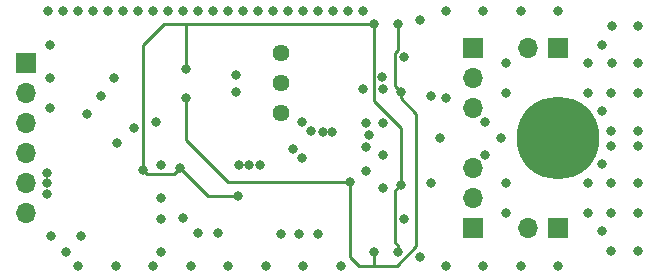
<source format=gbr>
G04 #@! TF.GenerationSoftware,KiCad,Pcbnew,5.1.4-e60b266~84~ubuntu18.04.1*
G04 #@! TF.CreationDate,2019-09-09T22:27:04+10:00*
G04 #@! TF.ProjectId,comparator,636f6d70-6172-4617-946f-722e6b696361,21/06/19*
G04 #@! TF.SameCoordinates,Original*
G04 #@! TF.FileFunction,Copper,L3,Inr*
G04 #@! TF.FilePolarity,Positive*
%FSLAX46Y46*%
G04 Gerber Fmt 4.6, Leading zero omitted, Abs format (unit mm)*
G04 Created by KiCad (PCBNEW 5.1.4-e60b266~84~ubuntu18.04.1) date 2019-09-09 22:27:04*
%MOMM*%
%LPD*%
G04 APERTURE LIST*
%ADD10C,7.000000*%
%ADD11C,0.800000*%
%ADD12R,1.700000X1.700000*%
%ADD13O,1.700000X1.700000*%
%ADD14C,1.440000*%
%ADD15C,0.250000*%
G04 APERTURE END LIST*
D10*
X168910000Y-97790000D03*
D11*
X171535000Y-97790000D03*
X170766155Y-99646155D03*
X168910000Y-100415000D03*
X167053845Y-99646155D03*
X166285000Y-97790000D03*
X167053845Y-95933845D03*
X168910000Y-95165000D03*
X170766155Y-95933845D03*
D12*
X123825000Y-91440000D03*
D13*
X123825000Y-93980000D03*
X123825000Y-96520000D03*
X123825000Y-99060000D03*
X123825000Y-101600000D03*
X123825000Y-104140000D03*
X166370000Y-105410000D03*
D12*
X168910000Y-105410000D03*
D13*
X161671000Y-100330000D03*
X161671000Y-102870000D03*
D12*
X161671000Y-105410000D03*
X168910000Y-90170000D03*
D13*
X166370000Y-90170000D03*
D12*
X161671000Y-90170000D03*
D13*
X161671000Y-92710000D03*
X161671000Y-95250000D03*
D14*
X145415000Y-90551000D03*
X145415000Y-93091000D03*
X145415000Y-95631000D03*
D11*
X133350000Y-86995000D03*
X134620000Y-86995000D03*
X135890000Y-86995000D03*
X137160000Y-86995000D03*
X138430000Y-86995000D03*
X139700000Y-86995000D03*
X140970000Y-86995000D03*
X142240000Y-86995000D03*
X143510000Y-86995000D03*
X144780000Y-86995000D03*
X146050000Y-86995000D03*
X147320000Y-86995000D03*
X148590000Y-86995000D03*
X149860000Y-86995000D03*
X151130000Y-86995000D03*
X152400000Y-86995000D03*
X125730000Y-86995000D03*
X128270000Y-86995000D03*
X129540000Y-86995000D03*
X130810000Y-86995000D03*
X132080000Y-86995000D03*
X127000000Y-86995000D03*
X142748000Y-100076000D03*
X138430000Y-105791000D03*
X140081000Y-105791000D03*
X137160000Y-104521000D03*
X145415000Y-105918000D03*
X146939000Y-105918000D03*
X148590000Y-105918000D03*
X141859000Y-100076000D03*
X143637000Y-100076000D03*
X125603000Y-101600000D03*
X125603000Y-100711000D03*
X125603000Y-102489000D03*
X125984000Y-106045000D03*
X127254000Y-107442000D03*
X128524000Y-106045000D03*
X135255000Y-107442000D03*
X135255000Y-104648000D03*
X135255000Y-102870000D03*
X135255000Y-100076000D03*
X141605000Y-92456000D03*
X141605000Y-93853000D03*
X152654000Y-96520000D03*
X154051000Y-96520000D03*
X152654000Y-98552000D03*
X154051000Y-99187000D03*
X152654000Y-100584000D03*
X154051000Y-101981000D03*
X152908000Y-97536000D03*
X152400000Y-93599000D03*
X154051000Y-93599000D03*
X157226000Y-87757000D03*
X155829000Y-90932000D03*
X157226000Y-107823000D03*
X155829000Y-104648000D03*
X175641000Y-107315000D03*
X175641000Y-104140000D03*
X172593000Y-105664000D03*
X175641000Y-98425000D03*
X172593000Y-99949000D03*
X175641000Y-101600000D03*
X175641000Y-97155000D03*
X172593000Y-95504000D03*
X175641000Y-93980000D03*
X175641000Y-91440000D03*
X175641000Y-88265000D03*
X172593000Y-89916000D03*
X173482000Y-88265000D03*
X173482000Y-91440000D03*
X173355000Y-93980000D03*
X173355000Y-97155000D03*
X173355000Y-98425000D03*
X173355000Y-101600000D03*
X173355000Y-104140000D03*
X173355000Y-107315000D03*
X162687000Y-99187000D03*
X164084000Y-97790000D03*
X162687000Y-96393000D03*
X149733000Y-97282000D03*
X132969000Y-96901000D03*
X125857000Y-92710000D03*
X134874000Y-96393000D03*
X131572000Y-98171000D03*
X125857000Y-95250000D03*
X125857000Y-89916000D03*
X128270000Y-108585000D03*
X131445000Y-108585000D03*
X134620000Y-108585000D03*
X137795000Y-108585000D03*
X140970000Y-108585000D03*
X144145000Y-108585000D03*
X147320000Y-108585000D03*
X150495000Y-108585000D03*
X159385000Y-108585000D03*
X162560000Y-108585000D03*
X165735000Y-108585000D03*
X168910000Y-108585000D03*
X159385000Y-86995000D03*
X162560000Y-86995000D03*
X165735000Y-86995000D03*
X168910000Y-86995000D03*
X164465000Y-91440000D03*
X164465000Y-93980000D03*
X171450000Y-93980000D03*
X171450000Y-91440000D03*
X164465000Y-101600000D03*
X164465000Y-104140000D03*
X171450000Y-101600000D03*
X171450000Y-104140000D03*
X158877000Y-97790000D03*
X158115000Y-94234000D03*
X158115000Y-101600000D03*
X147193000Y-99441000D03*
X147193000Y-96393000D03*
X131318000Y-92710000D03*
X129032000Y-95758000D03*
X130175000Y-94234000D03*
X148971000Y-97282000D03*
X155575000Y-101727000D03*
X136906000Y-100330000D03*
X137414000Y-91948000D03*
X133731000Y-100457000D03*
X141826591Y-102646002D03*
X153289000Y-88138000D03*
X155321000Y-107442000D03*
X155321000Y-88138000D03*
X155575000Y-93853000D03*
X137414000Y-94361000D03*
X151257000Y-101473000D03*
X153289000Y-107442000D03*
X154014000Y-92599683D03*
X159385000Y-94361000D03*
X147955000Y-97155000D03*
X146431000Y-98679000D03*
D15*
X136379001Y-100856999D02*
X136506001Y-100729999D01*
X134130999Y-100856999D02*
X136379001Y-100856999D01*
X136506001Y-100729999D02*
X136906000Y-100330000D01*
X133731000Y-100457000D02*
X134130999Y-100856999D01*
X139222002Y-102646002D02*
X141826591Y-102646002D01*
X136906000Y-100330000D02*
X139222002Y-102646002D01*
X137414000Y-91948000D02*
X137414000Y-88138000D01*
X153289000Y-88138000D02*
X137414000Y-88138000D01*
X155575000Y-101161315D02*
X155575000Y-101727000D01*
X155575000Y-96970998D02*
X155575000Y-101161315D01*
X153289000Y-94684998D02*
X155575000Y-96970998D01*
X153289000Y-88138000D02*
X153289000Y-94684998D01*
X135509000Y-88138000D02*
X137414000Y-88138000D01*
X133731000Y-100457000D02*
X133731000Y-89916000D01*
X133731000Y-89916000D02*
X135509000Y-88138000D01*
X155321000Y-106876315D02*
X155321000Y-107442000D01*
X155103999Y-106659314D02*
X155321000Y-106876315D01*
X155103999Y-102198001D02*
X155103999Y-106659314D01*
X155575000Y-101727000D02*
X155103999Y-102198001D01*
X155175001Y-93453001D02*
X155575000Y-93853000D01*
X155103999Y-93381999D02*
X155175001Y-93453001D01*
X155103999Y-90583999D02*
X155103999Y-93381999D01*
X155321000Y-90366998D02*
X155103999Y-90583999D01*
X155321000Y-88138000D02*
X155321000Y-90366998D01*
X151257000Y-101473000D02*
X151257000Y-107823000D01*
X151257000Y-107823000D02*
X152019000Y-108585000D01*
X140970000Y-101473000D02*
X151257000Y-101473000D01*
X137414000Y-94361000D02*
X137414000Y-97917000D01*
X137414000Y-97917000D02*
X140970000Y-101473000D01*
X153289000Y-108007685D02*
X153289000Y-108585000D01*
X153289000Y-107442000D02*
X153289000Y-108007685D01*
X152019000Y-108585000D02*
X153289000Y-108585000D01*
X153289000Y-108585000D02*
X153416000Y-108585000D01*
X155251002Y-108585000D02*
X155067000Y-108585000D01*
X156877999Y-95721684D02*
X156877999Y-106958003D01*
X155575000Y-93853000D02*
X155575000Y-94418685D01*
X156877999Y-106958003D02*
X155251002Y-108585000D01*
X155575000Y-94418685D02*
X156877999Y-95721684D01*
X153416000Y-108585000D02*
X155067000Y-108585000D01*
M02*

</source>
